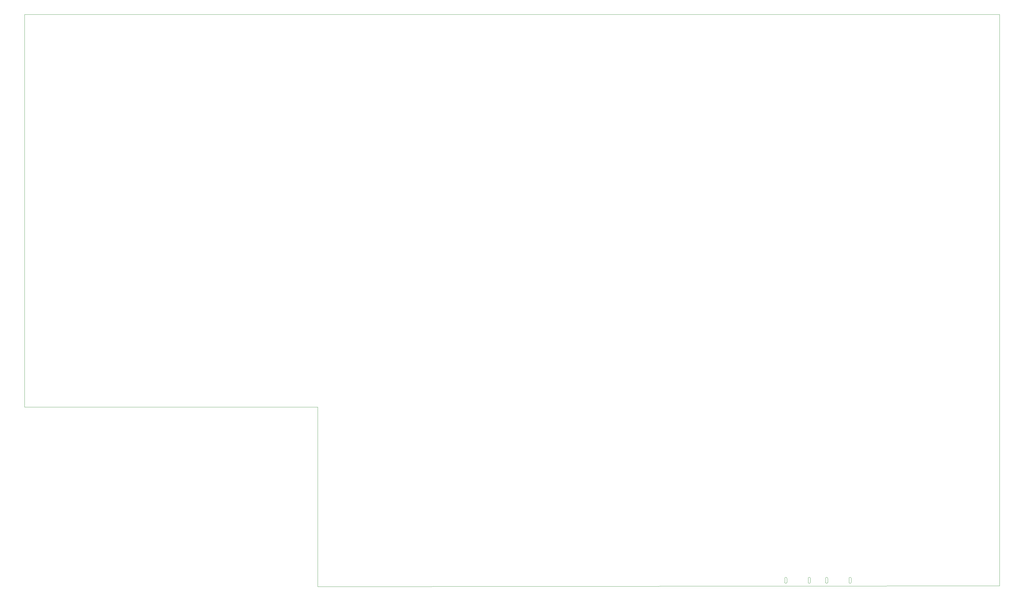
<source format=gm1>
G04 #@! TF.GenerationSoftware,KiCad,Pcbnew,5.1.5-52549c5~84~ubuntu18.04.1*
G04 #@! TF.CreationDate,2020-03-01T14:29:26-05:00*
G04 #@! TF.ProjectId,cropdroid-reservoir,63726f70-6472-46f6-9964-2d7265736572,0.6a*
G04 #@! TF.SameCoordinates,Original*
G04 #@! TF.FileFunction,Profile,NP*
%FSLAX46Y46*%
G04 Gerber Fmt 4.6, Leading zero omitted, Abs format (unit mm)*
G04 Created by KiCad (PCBNEW 5.1.5-52549c5~84~ubuntu18.04.1) date 2020-03-01 14:29:26*
%MOMM*%
%LPD*%
G04 APERTURE LIST*
%ADD10C,0.050000*%
%ADD11C,0.000100*%
G04 APERTURE END LIST*
D10*
X155524200Y-158165800D02*
X155524200Y-163753800D01*
X155524200Y-163753800D02*
X155524200Y-214045800D01*
X64338200Y-158165800D02*
X155524200Y-158165800D01*
X64338200Y-35991800D02*
X64338200Y-158165800D01*
X367601500Y-213791800D02*
X155524200Y-214045800D01*
X367614200Y-35991800D02*
X367601500Y-213791800D01*
X64338200Y-35991800D02*
X367614200Y-35991800D01*
D11*
X313850000Y-213040000D02*
G75*
G03X314200000Y-212690000I0J350000D01*
G01*
X313500000Y-212690000D02*
G75*
G03X313850000Y-213040000I350000J0D01*
G01*
X313850000Y-211140000D02*
G75*
G03X313500000Y-211490000I0J-350000D01*
G01*
X314200000Y-211490000D02*
G75*
G03X313850000Y-211140000I-350000J0D01*
G01*
X313500000Y-211490000D02*
X313500000Y-212690000D01*
X314200000Y-211490000D02*
X314200000Y-212690000D01*
X321150000Y-213040000D02*
G75*
G03X321500000Y-212690000I0J350000D01*
G01*
X320800000Y-212690000D02*
G75*
G03X321150000Y-213040000I350000J0D01*
G01*
X321150000Y-211140000D02*
G75*
G03X320800000Y-211490000I0J-350000D01*
G01*
X321500000Y-211490000D02*
G75*
G03X321150000Y-211140000I-350000J0D01*
G01*
X320800000Y-211490000D02*
X320800000Y-212690000D01*
X321500000Y-211490000D02*
X321500000Y-212690000D01*
X301150000Y-213040000D02*
G75*
G03X301500000Y-212690000I0J350000D01*
G01*
X300800000Y-212690000D02*
G75*
G03X301150000Y-213040000I350000J0D01*
G01*
X301150000Y-211140000D02*
G75*
G03X300800000Y-211490000I0J-350000D01*
G01*
X301500000Y-211490000D02*
G75*
G03X301150000Y-211140000I-350000J0D01*
G01*
X300800000Y-211490000D02*
X300800000Y-212690000D01*
X301500000Y-211490000D02*
X301500000Y-212690000D01*
X308450000Y-213040000D02*
G75*
G03X308800000Y-212690000I0J350000D01*
G01*
X308100000Y-212690000D02*
G75*
G03X308450000Y-213040000I350000J0D01*
G01*
X308450000Y-211140000D02*
G75*
G03X308100000Y-211490000I0J-350000D01*
G01*
X308800000Y-211490000D02*
G75*
G03X308450000Y-211140000I-350000J0D01*
G01*
X308100000Y-211490000D02*
X308100000Y-212690000D01*
X308800000Y-211490000D02*
X308800000Y-212690000D01*
M02*

</source>
